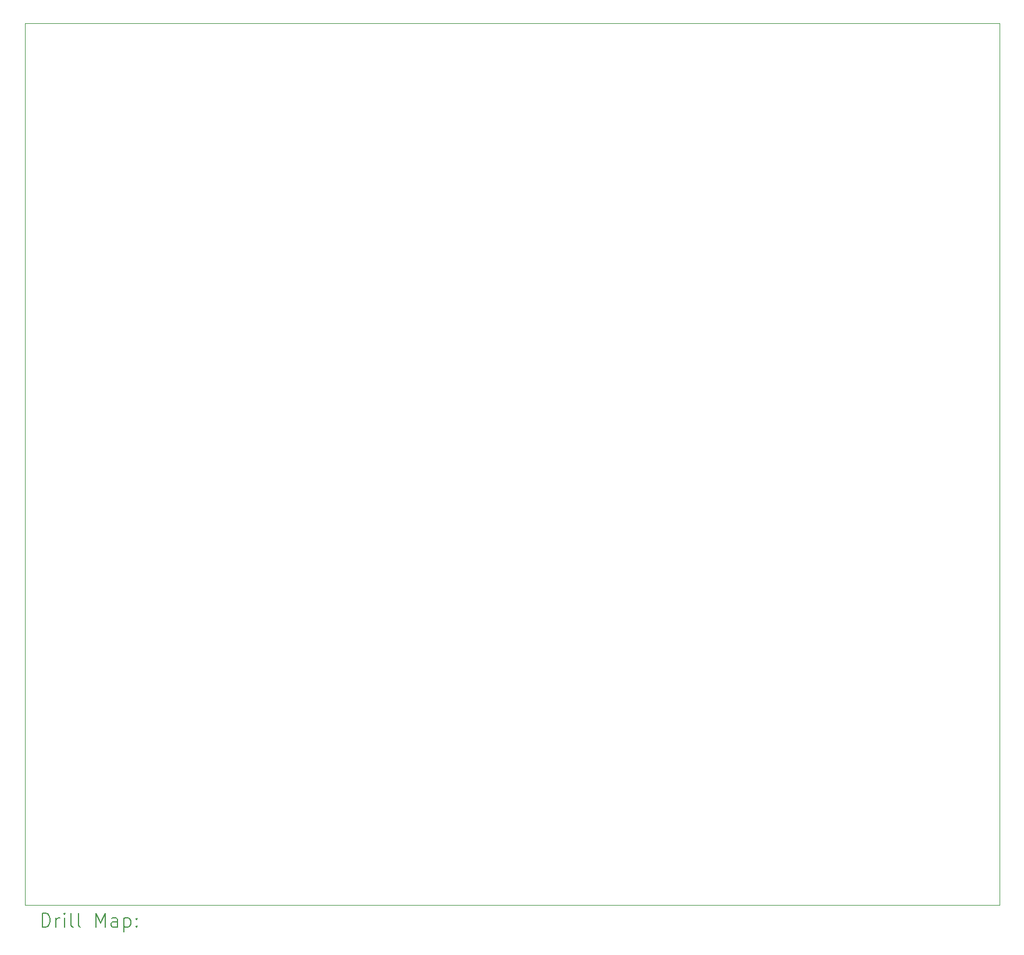
<source format=gbr>
%TF.GenerationSoftware,KiCad,Pcbnew,7.0.8*%
%TF.CreationDate,2024-09-22T21:54:58-04:00*%
%TF.ProjectId,lichen-freddie-panel,6c696368-656e-42d6-9672-65646469652d,1.0*%
%TF.SameCoordinates,Original*%
%TF.FileFunction,Drillmap*%
%TF.FilePolarity,Positive*%
%FSLAX45Y45*%
G04 Gerber Fmt 4.5, Leading zero omitted, Abs format (unit mm)*
G04 Created by KiCad (PCBNEW 7.0.8) date 2024-09-22 21:54:58*
%MOMM*%
%LPD*%
G01*
G04 APERTURE LIST*
%ADD10C,0.100000*%
%ADD11C,0.200000*%
G04 APERTURE END LIST*
D10*
X10000000Y-10000000D02*
X24190000Y-10000000D01*
X24190000Y-22850000D01*
X10000000Y-22850000D01*
X10000000Y-10000000D01*
D11*
X10255777Y-23166484D02*
X10255777Y-22966484D01*
X10255777Y-22966484D02*
X10303396Y-22966484D01*
X10303396Y-22966484D02*
X10331967Y-22976008D01*
X10331967Y-22976008D02*
X10351015Y-22995055D01*
X10351015Y-22995055D02*
X10360539Y-23014103D01*
X10360539Y-23014103D02*
X10370063Y-23052198D01*
X10370063Y-23052198D02*
X10370063Y-23080769D01*
X10370063Y-23080769D02*
X10360539Y-23118865D01*
X10360539Y-23118865D02*
X10351015Y-23137912D01*
X10351015Y-23137912D02*
X10331967Y-23156960D01*
X10331967Y-23156960D02*
X10303396Y-23166484D01*
X10303396Y-23166484D02*
X10255777Y-23166484D01*
X10455777Y-23166484D02*
X10455777Y-23033150D01*
X10455777Y-23071246D02*
X10465301Y-23052198D01*
X10465301Y-23052198D02*
X10474824Y-23042674D01*
X10474824Y-23042674D02*
X10493872Y-23033150D01*
X10493872Y-23033150D02*
X10512920Y-23033150D01*
X10579586Y-23166484D02*
X10579586Y-23033150D01*
X10579586Y-22966484D02*
X10570063Y-22976008D01*
X10570063Y-22976008D02*
X10579586Y-22985531D01*
X10579586Y-22985531D02*
X10589110Y-22976008D01*
X10589110Y-22976008D02*
X10579586Y-22966484D01*
X10579586Y-22966484D02*
X10579586Y-22985531D01*
X10703396Y-23166484D02*
X10684348Y-23156960D01*
X10684348Y-23156960D02*
X10674824Y-23137912D01*
X10674824Y-23137912D02*
X10674824Y-22966484D01*
X10808158Y-23166484D02*
X10789110Y-23156960D01*
X10789110Y-23156960D02*
X10779586Y-23137912D01*
X10779586Y-23137912D02*
X10779586Y-22966484D01*
X11036729Y-23166484D02*
X11036729Y-22966484D01*
X11036729Y-22966484D02*
X11103396Y-23109341D01*
X11103396Y-23109341D02*
X11170063Y-22966484D01*
X11170063Y-22966484D02*
X11170063Y-23166484D01*
X11351015Y-23166484D02*
X11351015Y-23061722D01*
X11351015Y-23061722D02*
X11341491Y-23042674D01*
X11341491Y-23042674D02*
X11322443Y-23033150D01*
X11322443Y-23033150D02*
X11284348Y-23033150D01*
X11284348Y-23033150D02*
X11265301Y-23042674D01*
X11351015Y-23156960D02*
X11331967Y-23166484D01*
X11331967Y-23166484D02*
X11284348Y-23166484D01*
X11284348Y-23166484D02*
X11265301Y-23156960D01*
X11265301Y-23156960D02*
X11255777Y-23137912D01*
X11255777Y-23137912D02*
X11255777Y-23118865D01*
X11255777Y-23118865D02*
X11265301Y-23099817D01*
X11265301Y-23099817D02*
X11284348Y-23090293D01*
X11284348Y-23090293D02*
X11331967Y-23090293D01*
X11331967Y-23090293D02*
X11351015Y-23080769D01*
X11446253Y-23033150D02*
X11446253Y-23233150D01*
X11446253Y-23042674D02*
X11465301Y-23033150D01*
X11465301Y-23033150D02*
X11503396Y-23033150D01*
X11503396Y-23033150D02*
X11522443Y-23042674D01*
X11522443Y-23042674D02*
X11531967Y-23052198D01*
X11531967Y-23052198D02*
X11541491Y-23071246D01*
X11541491Y-23071246D02*
X11541491Y-23128388D01*
X11541491Y-23128388D02*
X11531967Y-23147436D01*
X11531967Y-23147436D02*
X11522443Y-23156960D01*
X11522443Y-23156960D02*
X11503396Y-23166484D01*
X11503396Y-23166484D02*
X11465301Y-23166484D01*
X11465301Y-23166484D02*
X11446253Y-23156960D01*
X11627205Y-23147436D02*
X11636729Y-23156960D01*
X11636729Y-23156960D02*
X11627205Y-23166484D01*
X11627205Y-23166484D02*
X11617682Y-23156960D01*
X11617682Y-23156960D02*
X11627205Y-23147436D01*
X11627205Y-23147436D02*
X11627205Y-23166484D01*
X11627205Y-23042674D02*
X11636729Y-23052198D01*
X11636729Y-23052198D02*
X11627205Y-23061722D01*
X11627205Y-23061722D02*
X11617682Y-23052198D01*
X11617682Y-23052198D02*
X11627205Y-23042674D01*
X11627205Y-23042674D02*
X11627205Y-23061722D01*
M02*

</source>
